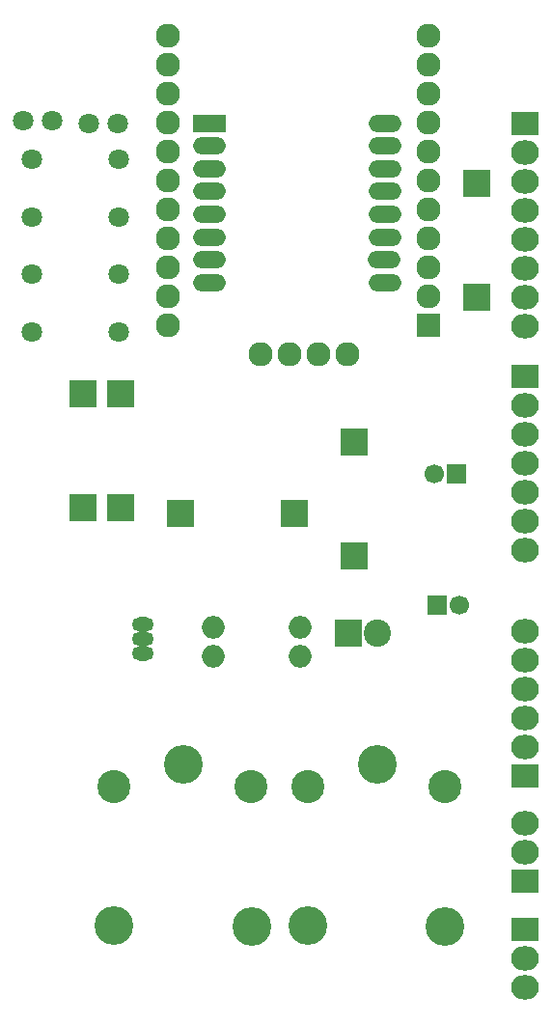
<source format=gbr>
G04 #@! TF.FileFunction,Soldermask,Bot*
%FSLAX46Y46*%
G04 Gerber Fmt 4.6, Leading zero omitted, Abs format (unit mm)*
G04 Created by KiCad (PCBNEW (2015-08-08 BZR 6073)-product) date Wed 12 Aug 2015 16:27:57 CEST*
%MOMM*%
G01*
G04 APERTURE LIST*
%ADD10C,0.100000*%
%ADD11R,2.432000X2.127200*%
%ADD12O,2.432000X2.127200*%
%ADD13O,1.901140X1.299160*%
%ADD14C,1.797000*%
%ADD15O,2.000000X2.000000*%
%ADD16R,2.900000X1.500000*%
%ADD17O,2.900000X1.500000*%
%ADD18R,2.127200X2.127200*%
%ADD19C,2.127200*%
%ADD20R,1.700000X1.700000*%
%ADD21C,1.700000*%
%ADD22C,2.900000*%
%ADD23C,3.400000*%
%ADD24R,2.398980X2.398980*%
%ADD25R,2.400000X2.400000*%
%ADD26C,2.400000*%
G04 APERTURE END LIST*
D10*
D11*
X66500000Y-40250000D03*
D12*
X66500000Y-42790000D03*
X66500000Y-45330000D03*
X66500000Y-47870000D03*
X66500000Y-50410000D03*
X66500000Y-52950000D03*
X66500000Y-55490000D03*
X66500000Y-58030000D03*
D11*
X66500000Y-62500000D03*
D12*
X66500000Y-65040000D03*
X66500000Y-67580000D03*
X66500000Y-70120000D03*
X66500000Y-72660000D03*
X66500000Y-75200000D03*
X66500000Y-77740000D03*
D11*
X66500000Y-106750000D03*
D12*
X66500000Y-104210000D03*
X66500000Y-101670000D03*
D11*
X66500000Y-111000000D03*
D12*
X66500000Y-113540000D03*
X66500000Y-116080000D03*
D11*
X66500000Y-97500000D03*
D12*
X66500000Y-94960000D03*
X66500000Y-92420000D03*
X66500000Y-89880000D03*
X66500000Y-87340000D03*
X66500000Y-84800000D03*
D13*
X33000000Y-85520000D03*
X33000000Y-86790000D03*
X33000000Y-84250000D03*
D14*
X23190000Y-58540000D03*
X23190000Y-53460000D03*
X30810000Y-58540000D03*
X30810000Y-53460000D03*
X30810000Y-43460000D03*
X30810000Y-48540000D03*
X23190000Y-43460000D03*
X23190000Y-48540000D03*
D15*
X46750000Y-87000000D03*
X46750000Y-84460000D03*
X39130000Y-84460000D03*
X39130000Y-87000000D03*
D16*
X38800000Y-40250000D03*
D17*
X38800000Y-42250000D03*
X38800000Y-44250000D03*
X38800000Y-46250000D03*
X38800000Y-48250000D03*
X38800000Y-50250000D03*
X38800000Y-52250000D03*
X38800000Y-54250000D03*
X54200000Y-54250000D03*
X54100000Y-52250000D03*
X54200000Y-50250000D03*
X54200000Y-48250000D03*
X54200000Y-46250000D03*
X54200000Y-44250000D03*
X54200000Y-42250000D03*
X54200000Y-40250000D03*
D18*
X58000000Y-58000000D03*
D19*
X58000000Y-55460000D03*
X58000000Y-52920000D03*
X58000000Y-50380000D03*
X58000000Y-47840000D03*
X58000000Y-45300000D03*
X58000000Y-42760000D03*
X58000000Y-40220000D03*
X58000000Y-37680000D03*
X58000000Y-35140000D03*
X58000000Y-32600000D03*
X35140000Y-32600000D03*
X35140000Y-35140000D03*
X35140000Y-37680000D03*
X35140000Y-40220000D03*
X35140000Y-42760000D03*
X35140000Y-45300000D03*
X35140000Y-47840000D03*
X35140000Y-50380000D03*
X35140000Y-52920000D03*
X35140000Y-55460000D03*
X35140000Y-58000000D03*
X43268000Y-60540000D03*
X45808000Y-60540000D03*
X48348000Y-60540000D03*
X50888000Y-60540000D03*
D14*
X30770000Y-40250000D03*
X28230000Y-40250000D03*
X25020000Y-40000000D03*
X22480000Y-40000000D03*
D20*
X58750000Y-82500000D03*
D21*
X60750000Y-82500000D03*
D20*
X60500000Y-71000000D03*
D21*
X58500000Y-71000000D03*
D22*
X30450000Y-98450000D03*
D23*
X30450000Y-110650000D03*
X42500000Y-110700000D03*
D22*
X42450000Y-98450000D03*
D23*
X36500000Y-96500000D03*
D22*
X47450000Y-98450000D03*
D23*
X47450000Y-110650000D03*
X59500000Y-110700000D03*
D22*
X59450000Y-98450000D03*
D23*
X53500000Y-96500000D03*
D24*
X31000000Y-63998740D03*
X31000000Y-74001260D03*
X36248740Y-74500000D03*
X46251260Y-74500000D03*
D25*
X51000000Y-85000000D03*
D26*
X53540000Y-85000000D03*
D24*
X51500000Y-68248740D03*
X51500000Y-78251260D03*
X27750000Y-63998740D03*
X27750000Y-74001260D03*
X62250000Y-45498740D03*
X62250000Y-55501260D03*
M02*

</source>
